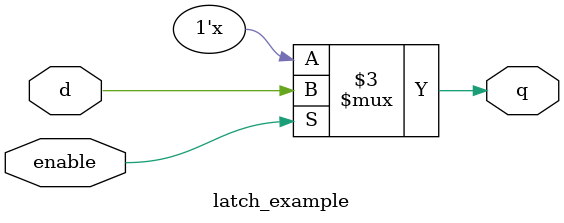
<source format=sv>
module latch_example #() (
    input wire enable,
    input wire d,
    output reg q
);

    always_comb
    begin
        if (enable) begin
            q = d;
        end
        // Missing else branch causes a latch for q
    end
endmodule


</source>
